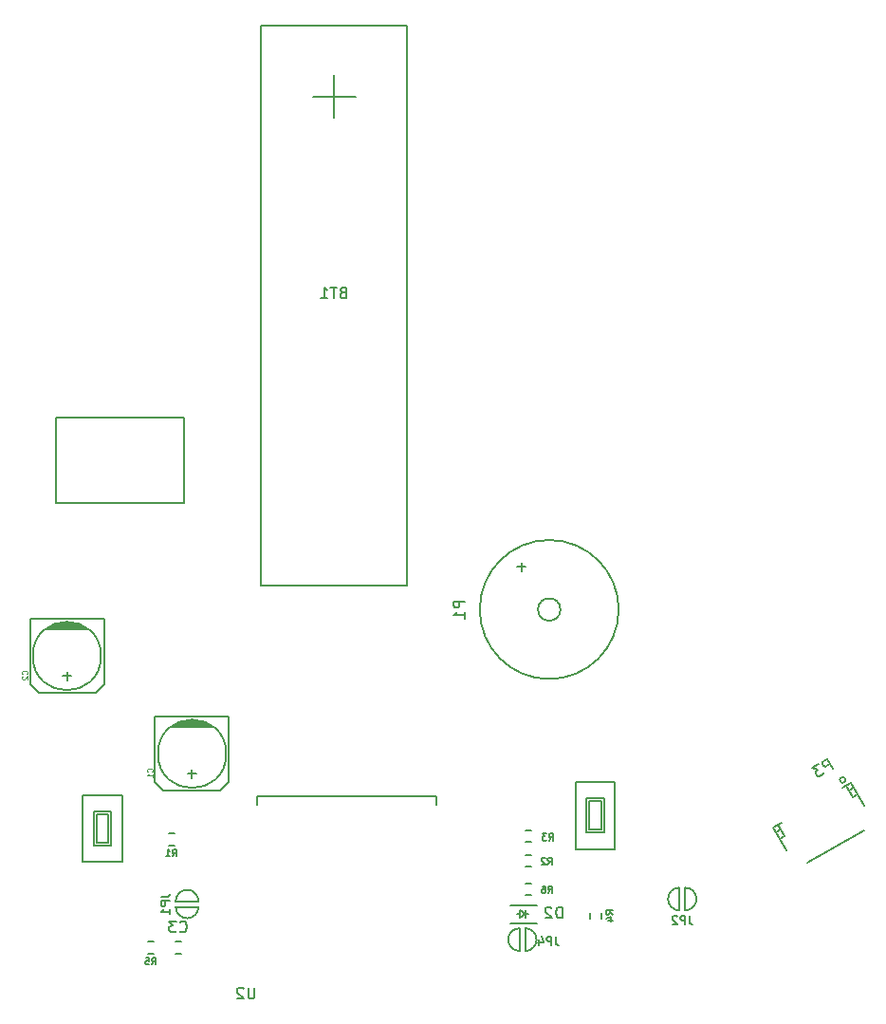
<source format=gbr>
G04 #@! TF.FileFunction,Legend,Bot*
%FSLAX46Y46*%
G04 Gerber Fmt 4.6, Leading zero omitted, Abs format (unit mm)*
G04 Created by KiCad (PCBNEW 4.0.4-stable) date 12/07/16 00:48:56*
%MOMM*%
%LPD*%
G01*
G04 APERTURE LIST*
%ADD10C,0.100000*%
%ADD11C,0.127000*%
%ADD12C,0.150000*%
%ADD13C,0.203200*%
%ADD14C,0.152400*%
%ADD15C,0.125000*%
G04 APERTURE END LIST*
D10*
D11*
X190988000Y-153379000D02*
X192512000Y-153379000D01*
X192893000Y-153506000D02*
X190607000Y-153506000D01*
X190353000Y-153633000D02*
X193147000Y-153633000D01*
X193401000Y-153760000D02*
X190099000Y-153760000D01*
X189972000Y-153887000D02*
X193528000Y-153887000D01*
X194798000Y-156300000D02*
G75*
G03X194798000Y-156300000I-3048000J0D01*
G01*
X188448000Y-152998000D02*
X195052000Y-152998000D01*
X195052000Y-152998000D02*
X195052000Y-158840000D01*
X195052000Y-158840000D02*
X194290000Y-159602000D01*
X194290000Y-159602000D02*
X189210000Y-159602000D01*
X189210000Y-159602000D02*
X188448000Y-158840000D01*
X188448000Y-158840000D02*
X188448000Y-152998000D01*
X191750000Y-158459000D02*
X191750000Y-157697000D01*
X191369000Y-158078000D02*
X192131000Y-158078000D01*
X179813000Y-144654000D02*
X181337000Y-144654000D01*
X181718000Y-144781000D02*
X179432000Y-144781000D01*
X179178000Y-144908000D02*
X181972000Y-144908000D01*
X182226000Y-145035000D02*
X178924000Y-145035000D01*
X178797000Y-145162000D02*
X182353000Y-145162000D01*
X183623000Y-147575000D02*
G75*
G03X183623000Y-147575000I-3048000J0D01*
G01*
X177273000Y-144273000D02*
X183877000Y-144273000D01*
X183877000Y-144273000D02*
X183877000Y-150115000D01*
X183877000Y-150115000D02*
X183115000Y-150877000D01*
X183115000Y-150877000D02*
X178035000Y-150877000D01*
X178035000Y-150877000D02*
X177273000Y-150115000D01*
X177273000Y-150115000D02*
X177273000Y-144273000D01*
X180575000Y-149734000D02*
X180575000Y-148972000D01*
X180194000Y-149353000D02*
X180956000Y-149353000D01*
D12*
X190250000Y-173050000D02*
X190750000Y-173050000D01*
X190750000Y-174100000D02*
X190250000Y-174100000D01*
X220975000Y-170600000D02*
X220725000Y-170600000D01*
X221475000Y-170600000D02*
X221725000Y-170600000D01*
X221475000Y-170600000D02*
X220975000Y-170250000D01*
X220975000Y-170250000D02*
X220975000Y-170950000D01*
X220975000Y-170950000D02*
X221475000Y-170600000D01*
X221475000Y-170250000D02*
X221475000Y-170950000D01*
X222525000Y-171400000D02*
X220125000Y-171400000D01*
X222525000Y-169800000D02*
X220125000Y-169800000D01*
D13*
X235246000Y-170266000D02*
X235246000Y-168234000D01*
X235754000Y-168234000D02*
X235754000Y-170266000D01*
X235246000Y-170266000D02*
G75*
G02X234230000Y-169250000I0J1016000D01*
G01*
X234230000Y-169250000D02*
G75*
G02X235246000Y-168234000I1016000J0D01*
G01*
X235754000Y-168234000D02*
G75*
G02X236770000Y-169250000I0J-1016000D01*
G01*
X236770000Y-169250000D02*
G75*
G02X235754000Y-170266000I-1016000J0D01*
G01*
X221479000Y-171859000D02*
X221479000Y-173891000D01*
X220971000Y-173891000D02*
X220971000Y-171859000D01*
X221479000Y-171859000D02*
G75*
G02X222495000Y-172875000I0J-1016000D01*
G01*
X222495000Y-172875000D02*
G75*
G02X221479000Y-173891000I-1016000J0D01*
G01*
X220971000Y-173891000D02*
G75*
G02X219955000Y-172875000I0J1016000D01*
G01*
X219955000Y-172875000D02*
G75*
G02X220971000Y-171859000I1016000J0D01*
G01*
D12*
X191000000Y-126300000D02*
X191000000Y-133900000D01*
X179600000Y-133900000D02*
X179600000Y-126300000D01*
X191000000Y-133900000D02*
X179600000Y-133900000D01*
X191000000Y-126300000D02*
X179600000Y-126300000D01*
X250062339Y-158630569D02*
G75*
G03X250062339Y-158630569I-250000J0D01*
G01*
X251705224Y-163109142D02*
X246682276Y-166009142D01*
X251707852Y-160913694D02*
X250532852Y-158878534D01*
X250532852Y-158878534D02*
X249753429Y-159328534D01*
X250099839Y-159128534D02*
X250699839Y-160167765D01*
X250699839Y-160167765D02*
X250699839Y-160167765D01*
X250699839Y-160167765D02*
X250099839Y-159128534D01*
X250099839Y-159128534D02*
X250099839Y-159128534D01*
X250349839Y-159561547D02*
X250349839Y-159561547D01*
X250349839Y-159561547D02*
X250782852Y-159311547D01*
X250782852Y-159311547D02*
X250782852Y-159311547D01*
X250782852Y-159311547D02*
X250349839Y-159561547D01*
X250699839Y-160167765D02*
X250699839Y-160167765D01*
X250699839Y-160167765D02*
X251132852Y-159917765D01*
X251132852Y-159917765D02*
X251132852Y-159917765D01*
X251132852Y-159917765D02*
X250699839Y-160167765D01*
X244779648Y-164913694D02*
X243604648Y-162878534D01*
X243604648Y-162878534D02*
X244384071Y-162428534D01*
X244037661Y-162628534D02*
X244637661Y-163667765D01*
X244637661Y-163667765D02*
X244637661Y-163667765D01*
X244637661Y-163667765D02*
X244037661Y-162628534D01*
X244037661Y-162628534D02*
X244037661Y-162628534D01*
X244287661Y-163061547D02*
X244287661Y-163061547D01*
X244287661Y-163061547D02*
X243854648Y-163311547D01*
X243854648Y-163311547D02*
X243854648Y-163311547D01*
X243854648Y-163311547D02*
X244287661Y-163061547D01*
X244637661Y-163667765D02*
X244637661Y-163667765D01*
X244637661Y-163667765D02*
X244204648Y-163917765D01*
X244204648Y-163917765D02*
X244204648Y-163917765D01*
X244204648Y-163917765D02*
X244637661Y-163667765D01*
X190150000Y-164450000D02*
X189650000Y-164450000D01*
X189650000Y-163400000D02*
X190150000Y-163400000D01*
X222000000Y-166350000D02*
X221500000Y-166350000D01*
X221500000Y-165300000D02*
X222000000Y-165300000D01*
X222000000Y-164175000D02*
X221500000Y-164175000D01*
X221500000Y-163125000D02*
X222000000Y-163125000D01*
X228300000Y-170475000D02*
X228300000Y-170975000D01*
X227250000Y-170975000D02*
X227250000Y-170475000D01*
X188300000Y-174100000D02*
X187800000Y-174100000D01*
X187800000Y-173050000D02*
X188300000Y-173050000D01*
X221500000Y-167875000D02*
X222000000Y-167875000D01*
X222000000Y-168925000D02*
X221500000Y-168925000D01*
X227199780Y-160535110D02*
X227199780Y-163035110D01*
X227199780Y-163035110D02*
X228299780Y-163035110D01*
X228299780Y-163035110D02*
X228299780Y-160535110D01*
X228299780Y-160535110D02*
X227199780Y-160535110D01*
X228549780Y-160285110D02*
X228549780Y-163285110D01*
X226949780Y-160285110D02*
X226949780Y-163285110D01*
X226949780Y-163285110D02*
X228549780Y-163285110D01*
X226949780Y-160285110D02*
X228549780Y-160285110D01*
X229499780Y-158785110D02*
X229499780Y-164785110D01*
X225999780Y-158785110D02*
X225999780Y-164785110D01*
X225999780Y-158785110D02*
X229499780Y-158785110D01*
X225999780Y-164785110D02*
X229499780Y-164785110D01*
X183199780Y-161710110D02*
X183199780Y-164210110D01*
X183199780Y-164210110D02*
X184299780Y-164210110D01*
X184299780Y-164210110D02*
X184299780Y-161710110D01*
X184299780Y-161710110D02*
X183199780Y-161710110D01*
X184549780Y-161460110D02*
X184549780Y-164460110D01*
X182949780Y-161460110D02*
X182949780Y-164460110D01*
X182949780Y-164460110D02*
X184549780Y-164460110D01*
X182949780Y-161460110D02*
X184549780Y-161460110D01*
X185499780Y-159960110D02*
X185499780Y-165960110D01*
X181999780Y-159960110D02*
X181999780Y-165960110D01*
X181999780Y-159960110D02*
X185499780Y-159960110D01*
X181999780Y-165960110D02*
X185499780Y-165960110D01*
X224625760Y-143425000D02*
G75*
G03X224625760Y-143425000I-1000760J0D01*
G01*
X229825140Y-143425000D02*
G75*
G03X229825140Y-143425000I-6200140J0D01*
G01*
D14*
X197559000Y-160841000D02*
X197559000Y-160079000D01*
X197559000Y-160079000D02*
X213561000Y-160079000D01*
X213561000Y-160079000D02*
X213561000Y-160841000D01*
D13*
X190284000Y-169446000D02*
X192316000Y-169446000D01*
X192316000Y-169954000D02*
X190284000Y-169954000D01*
X190284000Y-169446000D02*
G75*
G02X191300000Y-168430000I1016000J0D01*
G01*
X191300000Y-168430000D02*
G75*
G02X192316000Y-169446000I0J-1016000D01*
G01*
X192316000Y-169954000D02*
G75*
G02X191300000Y-170970000I-1016000J0D01*
G01*
X191300000Y-170970000D02*
G75*
G02X190284000Y-169954000I0J1016000D01*
G01*
D12*
X197925000Y-91295000D02*
X197925000Y-141295000D01*
X210925000Y-91295000D02*
X197925000Y-91295000D01*
X210925000Y-141295000D02*
X210925000Y-91295000D01*
X197925000Y-141295000D02*
X210925000Y-141295000D01*
D15*
X188178571Y-157916667D02*
X188202381Y-157892857D01*
X188226190Y-157821429D01*
X188226190Y-157773810D01*
X188202381Y-157702381D01*
X188154762Y-157654762D01*
X188107143Y-157630953D01*
X188011905Y-157607143D01*
X187940476Y-157607143D01*
X187845238Y-157630953D01*
X187797619Y-157654762D01*
X187750000Y-157702381D01*
X187726190Y-157773810D01*
X187726190Y-157821429D01*
X187750000Y-157892857D01*
X187773810Y-157916667D01*
X188226190Y-158392857D02*
X188226190Y-158107143D01*
X188226190Y-158250000D02*
X187726190Y-158250000D01*
X187797619Y-158202381D01*
X187845238Y-158154762D01*
X187869048Y-158107143D01*
X177003571Y-149191667D02*
X177027381Y-149167857D01*
X177051190Y-149096429D01*
X177051190Y-149048810D01*
X177027381Y-148977381D01*
X176979762Y-148929762D01*
X176932143Y-148905953D01*
X176836905Y-148882143D01*
X176765476Y-148882143D01*
X176670238Y-148905953D01*
X176622619Y-148929762D01*
X176575000Y-148977381D01*
X176551190Y-149048810D01*
X176551190Y-149096429D01*
X176575000Y-149167857D01*
X176598810Y-149191667D01*
X176598810Y-149382143D02*
X176575000Y-149405953D01*
X176551190Y-149453572D01*
X176551190Y-149572619D01*
X176575000Y-149620238D01*
X176598810Y-149644048D01*
X176646429Y-149667857D01*
X176694048Y-149667857D01*
X176765476Y-149644048D01*
X177051190Y-149358334D01*
X177051190Y-149667857D01*
D12*
X190666666Y-172132143D02*
X190714285Y-172179762D01*
X190857142Y-172227381D01*
X190952380Y-172227381D01*
X191095238Y-172179762D01*
X191190476Y-172084524D01*
X191238095Y-171989286D01*
X191285714Y-171798810D01*
X191285714Y-171655952D01*
X191238095Y-171465476D01*
X191190476Y-171370238D01*
X191095238Y-171275000D01*
X190952380Y-171227381D01*
X190857142Y-171227381D01*
X190714285Y-171275000D01*
X190666666Y-171322619D01*
X190333333Y-171227381D02*
X189714285Y-171227381D01*
X190047619Y-171608333D01*
X189904761Y-171608333D01*
X189809523Y-171655952D01*
X189761904Y-171703571D01*
X189714285Y-171798810D01*
X189714285Y-172036905D01*
X189761904Y-172132143D01*
X189809523Y-172179762D01*
X189904761Y-172227381D01*
X190190476Y-172227381D01*
X190285714Y-172179762D01*
X190333333Y-172132143D01*
X224788095Y-170952381D02*
X224788095Y-169952381D01*
X224550000Y-169952381D01*
X224407142Y-170000000D01*
X224311904Y-170095238D01*
X224264285Y-170190476D01*
X224216666Y-170380952D01*
X224216666Y-170523810D01*
X224264285Y-170714286D01*
X224311904Y-170809524D01*
X224407142Y-170904762D01*
X224550000Y-170952381D01*
X224788095Y-170952381D01*
X223835714Y-170047619D02*
X223788095Y-170000000D01*
X223692857Y-169952381D01*
X223454761Y-169952381D01*
X223359523Y-170000000D01*
X223311904Y-170047619D01*
X223264285Y-170142857D01*
X223264285Y-170238095D01*
X223311904Y-170380952D01*
X223883333Y-170952381D01*
X223264285Y-170952381D01*
D14*
X236134999Y-170737714D02*
X236134999Y-171282000D01*
X236171285Y-171390857D01*
X236243856Y-171463429D01*
X236352713Y-171499714D01*
X236425285Y-171499714D01*
X235772142Y-171499714D02*
X235772142Y-170737714D01*
X235481857Y-170737714D01*
X235409285Y-170774000D01*
X235373000Y-170810286D01*
X235336714Y-170882857D01*
X235336714Y-170991714D01*
X235373000Y-171064286D01*
X235409285Y-171100571D01*
X235481857Y-171136857D01*
X235772142Y-171136857D01*
X235046428Y-170810286D02*
X235010142Y-170774000D01*
X234937571Y-170737714D01*
X234756142Y-170737714D01*
X234683571Y-170774000D01*
X234647285Y-170810286D01*
X234611000Y-170882857D01*
X234611000Y-170955429D01*
X234647285Y-171064286D01*
X235082714Y-171499714D01*
X234611000Y-171499714D01*
X224184999Y-172607714D02*
X224184999Y-173152000D01*
X224221285Y-173260857D01*
X224293856Y-173333429D01*
X224402713Y-173369714D01*
X224475285Y-173369714D01*
X223822142Y-173369714D02*
X223822142Y-172607714D01*
X223531857Y-172607714D01*
X223459285Y-172644000D01*
X223423000Y-172680286D01*
X223386714Y-172752857D01*
X223386714Y-172861714D01*
X223423000Y-172934286D01*
X223459285Y-172970571D01*
X223531857Y-173006857D01*
X223822142Y-173006857D01*
X222733571Y-172861714D02*
X222733571Y-173369714D01*
X222915000Y-172571429D02*
X223096428Y-173115714D01*
X222624714Y-173115714D01*
D12*
X248936714Y-157637751D02*
X248436714Y-156771726D01*
X248106799Y-156962202D01*
X248048130Y-157051060D01*
X248030700Y-157116109D01*
X248037079Y-157222397D01*
X248108508Y-157346115D01*
X248197366Y-157404784D01*
X248262415Y-157422214D01*
X248368703Y-157415834D01*
X248698618Y-157225357D01*
X247653167Y-157224107D02*
X247117055Y-157533631D01*
X247596207Y-157696878D01*
X247472488Y-157768307D01*
X247413819Y-157857165D01*
X247396390Y-157922214D01*
X247402770Y-158028503D01*
X247521817Y-158234699D01*
X247610676Y-158293368D01*
X247675724Y-158310798D01*
X247782012Y-158304418D01*
X248029449Y-158161560D01*
X248088118Y-158072702D01*
X248105548Y-158007653D01*
X190000000Y-165446429D02*
X190200000Y-165160714D01*
X190342857Y-165446429D02*
X190342857Y-164846429D01*
X190114285Y-164846429D01*
X190057143Y-164875000D01*
X190028571Y-164903571D01*
X190000000Y-164960714D01*
X190000000Y-165046429D01*
X190028571Y-165103571D01*
X190057143Y-165132143D01*
X190114285Y-165160714D01*
X190342857Y-165160714D01*
X189428571Y-165446429D02*
X189771428Y-165446429D01*
X189600000Y-165446429D02*
X189600000Y-164846429D01*
X189657143Y-164932143D01*
X189714285Y-164989286D01*
X189771428Y-165017857D01*
X223500000Y-166171429D02*
X223700000Y-165885714D01*
X223842857Y-166171429D02*
X223842857Y-165571429D01*
X223614285Y-165571429D01*
X223557143Y-165600000D01*
X223528571Y-165628571D01*
X223500000Y-165685714D01*
X223500000Y-165771429D01*
X223528571Y-165828571D01*
X223557143Y-165857143D01*
X223614285Y-165885714D01*
X223842857Y-165885714D01*
X223271428Y-165628571D02*
X223242857Y-165600000D01*
X223185714Y-165571429D01*
X223042857Y-165571429D01*
X222985714Y-165600000D01*
X222957143Y-165628571D01*
X222928571Y-165685714D01*
X222928571Y-165742857D01*
X222957143Y-165828571D01*
X223300000Y-166171429D01*
X222928571Y-166171429D01*
X223600000Y-164021429D02*
X223800000Y-163735714D01*
X223942857Y-164021429D02*
X223942857Y-163421429D01*
X223714285Y-163421429D01*
X223657143Y-163450000D01*
X223628571Y-163478571D01*
X223600000Y-163535714D01*
X223600000Y-163621429D01*
X223628571Y-163678571D01*
X223657143Y-163707143D01*
X223714285Y-163735714D01*
X223942857Y-163735714D01*
X223400000Y-163421429D02*
X223028571Y-163421429D01*
X223228571Y-163650000D01*
X223142857Y-163650000D01*
X223085714Y-163678571D01*
X223057143Y-163707143D01*
X223028571Y-163764286D01*
X223028571Y-163907143D01*
X223057143Y-163964286D01*
X223085714Y-163992857D01*
X223142857Y-164021429D01*
X223314285Y-164021429D01*
X223371428Y-163992857D01*
X223400000Y-163964286D01*
X229296429Y-170625000D02*
X229010714Y-170425000D01*
X229296429Y-170282143D02*
X228696429Y-170282143D01*
X228696429Y-170510715D01*
X228725000Y-170567857D01*
X228753571Y-170596429D01*
X228810714Y-170625000D01*
X228896429Y-170625000D01*
X228953571Y-170596429D01*
X228982143Y-170567857D01*
X229010714Y-170510715D01*
X229010714Y-170282143D01*
X228896429Y-171139286D02*
X229296429Y-171139286D01*
X228667857Y-170996429D02*
X229096429Y-170853572D01*
X229096429Y-171225000D01*
X188150000Y-175096429D02*
X188350000Y-174810714D01*
X188492857Y-175096429D02*
X188492857Y-174496429D01*
X188264285Y-174496429D01*
X188207143Y-174525000D01*
X188178571Y-174553571D01*
X188150000Y-174610714D01*
X188150000Y-174696429D01*
X188178571Y-174753571D01*
X188207143Y-174782143D01*
X188264285Y-174810714D01*
X188492857Y-174810714D01*
X187607143Y-174496429D02*
X187892857Y-174496429D01*
X187921428Y-174782143D01*
X187892857Y-174753571D01*
X187835714Y-174725000D01*
X187692857Y-174725000D01*
X187635714Y-174753571D01*
X187607143Y-174782143D01*
X187578571Y-174839286D01*
X187578571Y-174982143D01*
X187607143Y-175039286D01*
X187635714Y-175067857D01*
X187692857Y-175096429D01*
X187835714Y-175096429D01*
X187892857Y-175067857D01*
X187921428Y-175039286D01*
X223525000Y-168696429D02*
X223725000Y-168410714D01*
X223867857Y-168696429D02*
X223867857Y-168096429D01*
X223639285Y-168096429D01*
X223582143Y-168125000D01*
X223553571Y-168153571D01*
X223525000Y-168210714D01*
X223525000Y-168296429D01*
X223553571Y-168353571D01*
X223582143Y-168382143D01*
X223639285Y-168410714D01*
X223867857Y-168410714D01*
X223010714Y-168096429D02*
X223125000Y-168096429D01*
X223182143Y-168125000D01*
X223210714Y-168153571D01*
X223267857Y-168239286D01*
X223296428Y-168353571D01*
X223296428Y-168582143D01*
X223267857Y-168639286D01*
X223239285Y-168667857D01*
X223182143Y-168696429D01*
X223067857Y-168696429D01*
X223010714Y-168667857D01*
X222982143Y-168639286D01*
X222953571Y-168582143D01*
X222953571Y-168439286D01*
X222982143Y-168382143D01*
X223010714Y-168353571D01*
X223067857Y-168325000D01*
X223182143Y-168325000D01*
X223239285Y-168353571D01*
X223267857Y-168382143D01*
X223296428Y-168439286D01*
X216076381Y-142686905D02*
X215076381Y-142686905D01*
X215076381Y-143067858D01*
X215124000Y-143163096D01*
X215171619Y-143210715D01*
X215266857Y-143258334D01*
X215409714Y-143258334D01*
X215504952Y-143210715D01*
X215552571Y-143163096D01*
X215600190Y-143067858D01*
X215600190Y-142686905D01*
X216076381Y-144210715D02*
X216076381Y-143639286D01*
X216076381Y-143925000D02*
X215076381Y-143925000D01*
X215219238Y-143829762D01*
X215314476Y-143734524D01*
X215362095Y-143639286D01*
X221156429Y-139234048D02*
X221156429Y-139995953D01*
X221537381Y-139615001D02*
X220775476Y-139615001D01*
X197336905Y-177152381D02*
X197336905Y-177961905D01*
X197289286Y-178057143D01*
X197241667Y-178104762D01*
X197146429Y-178152381D01*
X196955952Y-178152381D01*
X196860714Y-178104762D01*
X196813095Y-178057143D01*
X196765476Y-177961905D01*
X196765476Y-177152381D01*
X196336905Y-177247619D02*
X196289286Y-177200000D01*
X196194048Y-177152381D01*
X195955952Y-177152381D01*
X195860714Y-177200000D01*
X195813095Y-177247619D01*
X195765476Y-177342857D01*
X195765476Y-177438095D01*
X195813095Y-177580952D01*
X196384524Y-178152381D01*
X195765476Y-178152381D01*
D14*
X188977714Y-169065001D02*
X189522000Y-169065001D01*
X189630857Y-169028715D01*
X189703429Y-168956144D01*
X189739714Y-168847287D01*
X189739714Y-168774715D01*
X189739714Y-169427858D02*
X188977714Y-169427858D01*
X188977714Y-169718143D01*
X189014000Y-169790715D01*
X189050286Y-169827000D01*
X189122857Y-169863286D01*
X189231714Y-169863286D01*
X189304286Y-169827000D01*
X189340571Y-169790715D01*
X189376857Y-169718143D01*
X189376857Y-169427858D01*
X189739714Y-170589000D02*
X189739714Y-170153572D01*
X189739714Y-170371286D02*
X188977714Y-170371286D01*
X189086571Y-170298715D01*
X189159143Y-170226143D01*
X189195429Y-170153572D01*
D12*
X205196900Y-115147498D02*
X205054043Y-115195117D01*
X205006424Y-115242737D01*
X204958805Y-115337975D01*
X204958805Y-115480832D01*
X205006424Y-115576070D01*
X205054043Y-115623689D01*
X205149281Y-115671308D01*
X205530234Y-115671308D01*
X205530234Y-114671308D01*
X205196900Y-114671308D01*
X205101662Y-114718927D01*
X205054043Y-114766546D01*
X205006424Y-114861784D01*
X205006424Y-114957022D01*
X205054043Y-115052260D01*
X205101662Y-115099879D01*
X205196900Y-115147498D01*
X205530234Y-115147498D01*
X204673091Y-114671308D02*
X204101662Y-114671308D01*
X204387377Y-115671308D02*
X204387377Y-114671308D01*
X203244519Y-115671308D02*
X203815948Y-115671308D01*
X203530234Y-115671308D02*
X203530234Y-114671308D01*
X203625472Y-114814165D01*
X203720710Y-114909403D01*
X203815948Y-114957022D01*
X206329762Y-97652143D02*
X202520238Y-97652143D01*
X204425000Y-99556905D02*
X204425000Y-95747381D01*
M02*

</source>
